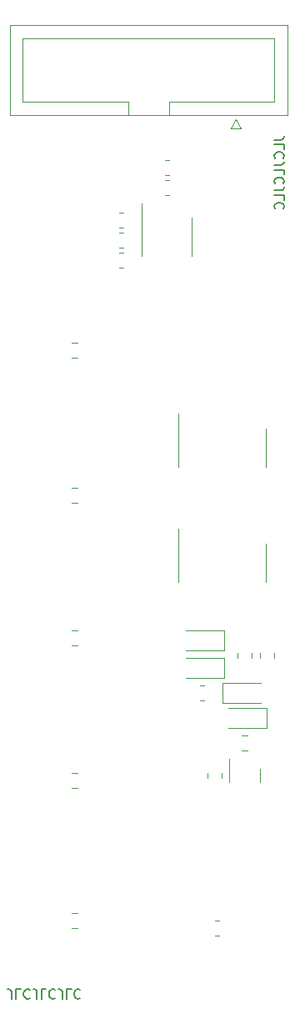
<source format=gbr>
%TF.GenerationSoftware,KiCad,Pcbnew,(6.0.0-0)*%
%TF.CreationDate,2022-12-14T00:02:15-05:00*%
%TF.ProjectId,ht-hat-cymbal-cowbell,68742d68-6174-42d6-9379-6d62616c2d63,rev?*%
%TF.SameCoordinates,Original*%
%TF.FileFunction,Legend,Bot*%
%TF.FilePolarity,Positive*%
%FSLAX46Y46*%
G04 Gerber Fmt 4.6, Leading zero omitted, Abs format (unit mm)*
G04 Created by KiCad (PCBNEW (6.0.0-0)) date 2022-12-14 00:02:15*
%MOMM*%
%LPD*%
G01*
G04 APERTURE LIST*
%ADD10C,0.150000*%
%ADD11C,0.120000*%
G04 APERTURE END LIST*
D10*
X79716380Y-49244666D02*
X80430666Y-49244666D01*
X80573523Y-49197047D01*
X80668761Y-49101809D01*
X80716380Y-48958952D01*
X80716380Y-48863714D01*
X80716380Y-50197047D02*
X80716380Y-49720857D01*
X79716380Y-49720857D01*
X80621142Y-51101809D02*
X80668761Y-51054190D01*
X80716380Y-50911333D01*
X80716380Y-50816095D01*
X80668761Y-50673238D01*
X80573523Y-50578000D01*
X80478285Y-50530380D01*
X80287809Y-50482761D01*
X80144952Y-50482761D01*
X79954476Y-50530380D01*
X79859238Y-50578000D01*
X79764000Y-50673238D01*
X79716380Y-50816095D01*
X79716380Y-50911333D01*
X79764000Y-51054190D01*
X79811619Y-51101809D01*
X79716380Y-51816095D02*
X80430666Y-51816095D01*
X80573523Y-51768476D01*
X80668761Y-51673238D01*
X80716380Y-51530380D01*
X80716380Y-51435142D01*
X80716380Y-52768476D02*
X80716380Y-52292285D01*
X79716380Y-52292285D01*
X80621142Y-53673238D02*
X80668761Y-53625619D01*
X80716380Y-53482761D01*
X80716380Y-53387523D01*
X80668761Y-53244666D01*
X80573523Y-53149428D01*
X80478285Y-53101809D01*
X80287809Y-53054190D01*
X80144952Y-53054190D01*
X79954476Y-53101809D01*
X79859238Y-53149428D01*
X79764000Y-53244666D01*
X79716380Y-53387523D01*
X79716380Y-53482761D01*
X79764000Y-53625619D01*
X79811619Y-53673238D01*
X79716380Y-54387523D02*
X80430666Y-54387523D01*
X80573523Y-54339904D01*
X80668761Y-54244666D01*
X80716380Y-54101809D01*
X80716380Y-54006571D01*
X80716380Y-55339904D02*
X80716380Y-54863714D01*
X79716380Y-54863714D01*
X80621142Y-56244666D02*
X80668761Y-56197047D01*
X80716380Y-56054190D01*
X80716380Y-55958952D01*
X80668761Y-55816095D01*
X80573523Y-55720857D01*
X80478285Y-55673238D01*
X80287809Y-55625619D01*
X80144952Y-55625619D01*
X79954476Y-55673238D01*
X79859238Y-55720857D01*
X79764000Y-55816095D01*
X79716380Y-55958952D01*
X79716380Y-56054190D01*
X79764000Y-56197047D01*
X79811619Y-56244666D01*
X53032666Y-136467619D02*
X53032666Y-135753333D01*
X52985047Y-135610476D01*
X52889809Y-135515238D01*
X52746952Y-135467619D01*
X52651714Y-135467619D01*
X53985047Y-135467619D02*
X53508857Y-135467619D01*
X53508857Y-136467619D01*
X54889809Y-135562857D02*
X54842190Y-135515238D01*
X54699333Y-135467619D01*
X54604095Y-135467619D01*
X54461238Y-135515238D01*
X54366000Y-135610476D01*
X54318380Y-135705714D01*
X54270761Y-135896190D01*
X54270761Y-136039047D01*
X54318380Y-136229523D01*
X54366000Y-136324761D01*
X54461238Y-136420000D01*
X54604095Y-136467619D01*
X54699333Y-136467619D01*
X54842190Y-136420000D01*
X54889809Y-136372380D01*
X55604095Y-136467619D02*
X55604095Y-135753333D01*
X55556476Y-135610476D01*
X55461238Y-135515238D01*
X55318380Y-135467619D01*
X55223142Y-135467619D01*
X56556476Y-135467619D02*
X56080285Y-135467619D01*
X56080285Y-136467619D01*
X57461238Y-135562857D02*
X57413619Y-135515238D01*
X57270761Y-135467619D01*
X57175523Y-135467619D01*
X57032666Y-135515238D01*
X56937428Y-135610476D01*
X56889809Y-135705714D01*
X56842190Y-135896190D01*
X56842190Y-136039047D01*
X56889809Y-136229523D01*
X56937428Y-136324761D01*
X57032666Y-136420000D01*
X57175523Y-136467619D01*
X57270761Y-136467619D01*
X57413619Y-136420000D01*
X57461238Y-136372380D01*
X58175523Y-136467619D02*
X58175523Y-135753333D01*
X58127904Y-135610476D01*
X58032666Y-135515238D01*
X57889809Y-135467619D01*
X57794571Y-135467619D01*
X59127904Y-135467619D02*
X58651714Y-135467619D01*
X58651714Y-136467619D01*
X60032666Y-135562857D02*
X59985047Y-135515238D01*
X59842190Y-135467619D01*
X59746952Y-135467619D01*
X59604095Y-135515238D01*
X59508857Y-135610476D01*
X59461238Y-135705714D01*
X59413619Y-135896190D01*
X59413619Y-136039047D01*
X59461238Y-136229523D01*
X59508857Y-136324761D01*
X59604095Y-136420000D01*
X59746952Y-136467619D01*
X59842190Y-136467619D01*
X59985047Y-136420000D01*
X60032666Y-136372380D01*
D11*
%TO.C,R8*%
X63931436Y-60733000D02*
X64385564Y-60733000D01*
X63931436Y-62203000D02*
X64385564Y-62203000D01*
%TO.C,R9*%
X72925000Y-113564936D02*
X72925000Y-114019064D01*
X74395000Y-113564936D02*
X74395000Y-114019064D01*
%TO.C,R7*%
X64385564Y-60171000D02*
X63931436Y-60171000D01*
X64385564Y-58701000D02*
X63931436Y-58701000D01*
%TO.C,D1*%
X78958000Y-108950000D02*
X75058000Y-108950000D01*
X78958000Y-106950000D02*
X78958000Y-108950000D01*
X78958000Y-106950000D02*
X75058000Y-106950000D01*
%TO.C,R2*%
X69061064Y-53367000D02*
X68606936Y-53367000D01*
X69061064Y-54837000D02*
X68606936Y-54837000D01*
%TO.C,C7*%
X76446748Y-111225000D02*
X76969252Y-111225000D01*
X76446748Y-109755000D02*
X76969252Y-109755000D01*
%TO.C,R4*%
X63931436Y-56669000D02*
X64385564Y-56669000D01*
X63931436Y-58139000D02*
X64385564Y-58139000D01*
%TO.C,R5*%
X72617064Y-104675000D02*
X72162936Y-104675000D01*
X72617064Y-106145000D02*
X72162936Y-106145000D01*
%TO.C,D3*%
X74640000Y-99076000D02*
X70740000Y-99076000D01*
X74640000Y-99076000D02*
X74640000Y-101076000D01*
X74640000Y-101076000D02*
X70740000Y-101076000D01*
%TO.C,R6*%
X78259000Y-101372936D02*
X78259000Y-101827064D01*
X79729000Y-101372936D02*
X79729000Y-101827064D01*
%TO.C,C5*%
X59697252Y-129259000D02*
X59174748Y-129259000D01*
X59697252Y-127789000D02*
X59174748Y-127789000D01*
%TO.C,C1*%
X59697252Y-69877000D02*
X59174748Y-69877000D01*
X59697252Y-71347000D02*
X59174748Y-71347000D01*
%TO.C,C2*%
X59697252Y-86079000D02*
X59174748Y-86079000D01*
X59697252Y-84609000D02*
X59174748Y-84609000D01*
%TO.C,C3*%
X59697252Y-100557000D02*
X59174748Y-100557000D01*
X59697252Y-99087000D02*
X59174748Y-99087000D01*
%TO.C,D2*%
X74458000Y-104410000D02*
X78358000Y-104410000D01*
X74458000Y-106410000D02*
X78358000Y-106410000D01*
X74458000Y-106410000D02*
X74458000Y-104410000D01*
%TO.C,C4*%
X59697252Y-115035000D02*
X59174748Y-115035000D01*
X59697252Y-113565000D02*
X59174748Y-113565000D01*
%TO.C,D4*%
X74640000Y-103870000D02*
X70740000Y-103870000D01*
X74640000Y-101870000D02*
X70740000Y-101870000D01*
X74640000Y-101870000D02*
X74640000Y-103870000D01*
%TO.C,Q1*%
X75148000Y-113792000D02*
X75148000Y-112117000D01*
X75148000Y-113792000D02*
X75148000Y-114442000D01*
X78268000Y-113792000D02*
X78268000Y-114442000D01*
X78268000Y-113792000D02*
X78268000Y-113142000D01*
%TO.C,R3*%
X69061064Y-51335000D02*
X68606936Y-51335000D01*
X69061064Y-52805000D02*
X68606936Y-52805000D01*
%TO.C,C8*%
X77443000Y-101861252D02*
X77443000Y-101338748D01*
X75973000Y-101861252D02*
X75973000Y-101338748D01*
%TO.C,U2*%
X66250500Y-59117000D02*
X66250500Y-55667000D01*
X66250500Y-59117000D02*
X66250500Y-61067000D01*
X71370500Y-59117000D02*
X71370500Y-61067000D01*
X71370500Y-59117000D02*
X71370500Y-57167000D01*
%TO.C,U5*%
X78857000Y-92202000D02*
X78857000Y-94152000D01*
X78857000Y-92202000D02*
X78857000Y-90252000D01*
X69987000Y-92202000D02*
X69987000Y-88752000D01*
X69987000Y-92202000D02*
X69987000Y-94152000D01*
%TO.C,U1*%
X69008000Y-45414000D02*
X79758000Y-45414000D01*
X79758000Y-45414000D02*
X79758000Y-38914000D01*
X54158000Y-45414000D02*
X64908000Y-45414000D01*
X64908000Y-45414000D02*
X64908000Y-46724000D01*
X52858000Y-37604000D02*
X52858000Y-46724000D01*
X52858000Y-46724000D02*
X81058000Y-46724000D01*
X81058000Y-37604000D02*
X52858000Y-37604000D01*
X75348000Y-48114000D02*
X75848000Y-47114000D01*
X76348000Y-48114000D02*
X75348000Y-48114000D01*
X79758000Y-38914000D02*
X54158000Y-38914000D01*
X64908000Y-45414000D02*
X64908000Y-45414000D01*
X81058000Y-46724000D02*
X81058000Y-37604000D01*
X75848000Y-47114000D02*
X76348000Y-48114000D01*
X54158000Y-38914000D02*
X54158000Y-45414000D01*
X69008000Y-46724000D02*
X69008000Y-45414000D01*
%TO.C,U4*%
X78857000Y-80518000D02*
X78857000Y-82468000D01*
X78857000Y-80518000D02*
X78857000Y-78568000D01*
X69987000Y-80518000D02*
X69987000Y-77068000D01*
X69987000Y-80518000D02*
X69987000Y-82468000D01*
%TO.C,R1*%
X74141064Y-128551000D02*
X73686936Y-128551000D01*
X74141064Y-130021000D02*
X73686936Y-130021000D01*
%TD*%
M02*

</source>
